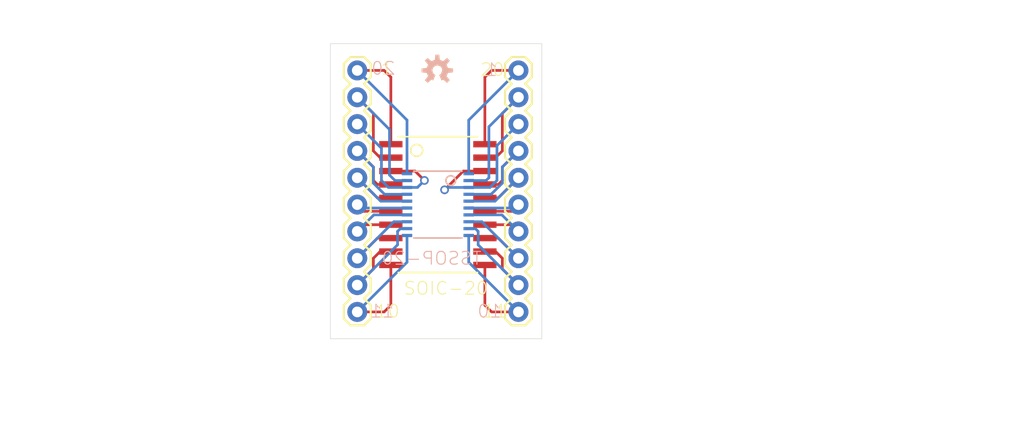
<source format=kicad_pcb>
(kicad_pcb (version 20171130) (host pcbnew 5.1.5-5.1.5)

  (general
    (thickness 1.6)
    (drawings 17)
    (tracks 120)
    (zones 0)
    (modules 7)
    (nets 21)
  )

  (page A4)
  (layers
    (0 Top signal)
    (31 Bottom signal)
    (32 B.Adhes user)
    (33 F.Adhes user)
    (34 B.Paste user)
    (35 F.Paste user)
    (36 B.SilkS user)
    (37 F.SilkS user)
    (38 B.Mask user)
    (39 F.Mask user)
    (40 Dwgs.User user)
    (41 Cmts.User user)
    (42 Eco1.User user)
    (43 Eco2.User user)
    (44 Edge.Cuts user)
    (45 Margin user)
    (46 B.CrtYd user)
    (47 F.CrtYd user)
    (48 B.Fab user)
    (49 F.Fab user)
  )

  (setup
    (last_trace_width 0.25)
    (trace_clearance 0.127)
    (zone_clearance 0.508)
    (zone_45_only no)
    (trace_min 0.2)
    (via_size 0.8)
    (via_drill 0.4)
    (via_min_size 0.4)
    (via_min_drill 0.3)
    (uvia_size 0.3)
    (uvia_drill 0.1)
    (uvias_allowed no)
    (uvia_min_size 0.2)
    (uvia_min_drill 0.1)
    (edge_width 0.05)
    (segment_width 0.2)
    (pcb_text_width 0.3)
    (pcb_text_size 1.5 1.5)
    (mod_edge_width 0.12)
    (mod_text_size 1 1)
    (mod_text_width 0.15)
    (pad_size 1.524 1.524)
    (pad_drill 0.762)
    (pad_to_mask_clearance 0.051)
    (solder_mask_min_width 0.25)
    (aux_axis_origin 0 0)
    (visible_elements FFFFFF7F)
    (pcbplotparams
      (layerselection 0x010fc_ffffffff)
      (usegerberextensions false)
      (usegerberattributes false)
      (usegerberadvancedattributes false)
      (creategerberjobfile false)
      (excludeedgelayer true)
      (linewidth 0.100000)
      (plotframeref false)
      (viasonmask false)
      (mode 1)
      (useauxorigin false)
      (hpglpennumber 1)
      (hpglpenspeed 20)
      (hpglpendiameter 15.000000)
      (psnegative false)
      (psa4output false)
      (plotreference true)
      (plotvalue true)
      (plotinvisibletext false)
      (padsonsilk false)
      (subtractmaskfromsilk false)
      (outputformat 1)
      (mirror false)
      (drillshape 1)
      (scaleselection 1)
      (outputdirectory ""))
  )

  (net 0 "")
  (net 1 "Net-(JP2-Pad10)")
  (net 2 "Net-(JP2-Pad9)")
  (net 3 "Net-(JP2-Pad8)")
  (net 4 "Net-(JP2-Pad7)")
  (net 5 "Net-(JP2-Pad6)")
  (net 6 "Net-(JP2-Pad5)")
  (net 7 "Net-(JP2-Pad4)")
  (net 8 "Net-(JP2-Pad3)")
  (net 9 "Net-(JP2-Pad2)")
  (net 10 "Net-(JP2-Pad1)")
  (net 11 "Net-(JP1-Pad1)")
  (net 12 "Net-(JP1-Pad2)")
  (net 13 "Net-(JP1-Pad3)")
  (net 14 "Net-(JP1-Pad4)")
  (net 15 "Net-(JP1-Pad5)")
  (net 16 "Net-(JP1-Pad6)")
  (net 17 "Net-(JP1-Pad7)")
  (net 18 "Net-(JP1-Pad8)")
  (net 19 "Net-(JP1-Pad9)")
  (net 20 "Net-(JP1-Pad10)")

  (net_class Default "This is the default net class."
    (clearance 0.127)
    (trace_width 0.25)
    (via_dia 0.8)
    (via_drill 0.4)
    (uvia_dia 0.3)
    (uvia_drill 0.1)
    (add_net "Net-(JP1-Pad1)")
    (add_net "Net-(JP1-Pad10)")
    (add_net "Net-(JP1-Pad2)")
    (add_net "Net-(JP1-Pad3)")
    (add_net "Net-(JP1-Pad4)")
    (add_net "Net-(JP1-Pad5)")
    (add_net "Net-(JP1-Pad6)")
    (add_net "Net-(JP1-Pad7)")
    (add_net "Net-(JP1-Pad8)")
    (add_net "Net-(JP1-Pad9)")
    (add_net "Net-(JP2-Pad1)")
    (add_net "Net-(JP2-Pad10)")
    (add_net "Net-(JP2-Pad2)")
    (add_net "Net-(JP2-Pad3)")
    (add_net "Net-(JP2-Pad4)")
    (add_net "Net-(JP2-Pad5)")
    (add_net "Net-(JP2-Pad6)")
    (add_net "Net-(JP2-Pad7)")
    (add_net "Net-(JP2-Pad8)")
    (add_net "Net-(JP2-Pad9)")
  )

  (module SOIC20-TSSOP20:CREATIVE_COMMONS (layer Top) (tedit 0) (tstamp 5EC8BDC7)
    (at 127.5841 128.0618)
    (path /73DA64CA)
    (fp_text reference FRAME1 (at 0 0) (layer F.SilkS) hide
      (effects (font (size 1.27 1.27) (thickness 0.15)))
    )
    (fp_text value FRAME-LETTER (at 0 0) (layer F.SilkS) hide
      (effects (font (size 1.27 1.27) (thickness 0.15)))
    )
    (fp_text user "Designed by:" (at 11.43 0) (layer F.Fab)
      (effects (font (size 1.6891 1.6891) (thickness 0.14224)) (justify left bottom))
    )
    (fp_text user " https://creativecommons.org/licenses/by-sa/4.0/" (at 0 -2.54) (layer F.Fab)
      (effects (font (size 1.6891 1.6891) (thickness 0.14224)) (justify left bottom))
    )
    (fp_text user "Released under the Creative Commons Attribution Share-Alike 4.0 License" (at -20.32 -5.08) (layer F.Fab)
      (effects (font (size 1.6891 1.6891) (thickness 0.14224)) (justify left bottom))
    )
  )

  (module SOIC20-TSSOP20:1X10 (layer Top) (tedit 0) (tstamp 5EC8BDCD)
    (at 141.0461 116.4286 90)
    (path /2F430EF2)
    (fp_text reference JP1 (at -1.3462 -1.8288 90) (layer F.SilkS) hide
      (effects (font (size 1.2065 1.2065) (thickness 0.127)) (justify left bottom))
    )
    (fp_text value M10" (at -1.27 3.175 90) (layer F.Fab) hide
      (effects (font (size 1.2065 1.2065) (thickness 0.1016)) (justify left bottom))
    )
    (fp_poly (pts (xy 22.606 0.254) (xy 23.114 0.254) (xy 23.114 -0.254) (xy 22.606 -0.254)) (layer F.Fab) (width 0))
    (fp_poly (pts (xy 20.066 0.254) (xy 20.574 0.254) (xy 20.574 -0.254) (xy 20.066 -0.254)) (layer F.Fab) (width 0))
    (fp_poly (pts (xy 17.526 0.254) (xy 18.034 0.254) (xy 18.034 -0.254) (xy 17.526 -0.254)) (layer F.Fab) (width 0))
    (fp_poly (pts (xy -0.254 0.254) (xy 0.254 0.254) (xy 0.254 -0.254) (xy -0.254 -0.254)) (layer F.Fab) (width 0))
    (fp_poly (pts (xy 2.286 0.254) (xy 2.794 0.254) (xy 2.794 -0.254) (xy 2.286 -0.254)) (layer F.Fab) (width 0))
    (fp_poly (pts (xy 4.826 0.254) (xy 5.334 0.254) (xy 5.334 -0.254) (xy 4.826 -0.254)) (layer F.Fab) (width 0))
    (fp_poly (pts (xy 7.366 0.254) (xy 7.874 0.254) (xy 7.874 -0.254) (xy 7.366 -0.254)) (layer F.Fab) (width 0))
    (fp_poly (pts (xy 9.906 0.254) (xy 10.414 0.254) (xy 10.414 -0.254) (xy 9.906 -0.254)) (layer F.Fab) (width 0))
    (fp_poly (pts (xy 12.446 0.254) (xy 12.954 0.254) (xy 12.954 -0.254) (xy 12.446 -0.254)) (layer F.Fab) (width 0))
    (fp_poly (pts (xy 14.986 0.254) (xy 15.494 0.254) (xy 15.494 -0.254) (xy 14.986 -0.254)) (layer F.Fab) (width 0))
    (fp_line (start 23.495 1.27) (end 22.225 1.27) (layer F.SilkS) (width 0.2032))
    (fp_line (start 21.59 0.635) (end 22.225 1.27) (layer F.SilkS) (width 0.2032))
    (fp_line (start 22.225 -1.27) (end 21.59 -0.635) (layer F.SilkS) (width 0.2032))
    (fp_line (start 24.13 0.635) (end 23.495 1.27) (layer F.SilkS) (width 0.2032))
    (fp_line (start 24.13 -0.635) (end 24.13 0.635) (layer F.SilkS) (width 0.2032))
    (fp_line (start 23.495 -1.27) (end 24.13 -0.635) (layer F.SilkS) (width 0.2032))
    (fp_line (start 22.225 -1.27) (end 23.495 -1.27) (layer F.SilkS) (width 0.2032))
    (fp_line (start 20.955 1.27) (end 19.685 1.27) (layer F.SilkS) (width 0.2032))
    (fp_line (start 19.05 0.635) (end 19.685 1.27) (layer F.SilkS) (width 0.2032))
    (fp_line (start 19.685 -1.27) (end 19.05 -0.635) (layer F.SilkS) (width 0.2032))
    (fp_line (start 21.59 0.635) (end 20.955 1.27) (layer F.SilkS) (width 0.2032))
    (fp_line (start 20.955 -1.27) (end 21.59 -0.635) (layer F.SilkS) (width 0.2032))
    (fp_line (start 19.685 -1.27) (end 20.955 -1.27) (layer F.SilkS) (width 0.2032))
    (fp_line (start 18.415 1.27) (end 17.145 1.27) (layer F.SilkS) (width 0.2032))
    (fp_line (start 16.51 0.635) (end 17.145 1.27) (layer F.SilkS) (width 0.2032))
    (fp_line (start 17.145 -1.27) (end 16.51 -0.635) (layer F.SilkS) (width 0.2032))
    (fp_line (start 19.05 0.635) (end 18.415 1.27) (layer F.SilkS) (width 0.2032))
    (fp_line (start 18.415 -1.27) (end 19.05 -0.635) (layer F.SilkS) (width 0.2032))
    (fp_line (start 17.145 -1.27) (end 18.415 -1.27) (layer F.SilkS) (width 0.2032))
    (fp_line (start 0.635 1.27) (end -0.635 1.27) (layer F.SilkS) (width 0.2032))
    (fp_line (start -1.27 0.635) (end -0.635 1.27) (layer F.SilkS) (width 0.2032))
    (fp_line (start -0.635 -1.27) (end -1.27 -0.635) (layer F.SilkS) (width 0.2032))
    (fp_line (start -1.27 -0.635) (end -1.27 0.635) (layer F.SilkS) (width 0.2032))
    (fp_line (start 1.905 1.27) (end 1.27 0.635) (layer F.SilkS) (width 0.2032))
    (fp_line (start 3.175 1.27) (end 1.905 1.27) (layer F.SilkS) (width 0.2032))
    (fp_line (start 3.81 0.635) (end 3.175 1.27) (layer F.SilkS) (width 0.2032))
    (fp_line (start 3.175 -1.27) (end 3.81 -0.635) (layer F.SilkS) (width 0.2032))
    (fp_line (start 1.905 -1.27) (end 3.175 -1.27) (layer F.SilkS) (width 0.2032))
    (fp_line (start 1.27 -0.635) (end 1.905 -1.27) (layer F.SilkS) (width 0.2032))
    (fp_line (start 1.27 0.635) (end 0.635 1.27) (layer F.SilkS) (width 0.2032))
    (fp_line (start 0.635 -1.27) (end 1.27 -0.635) (layer F.SilkS) (width 0.2032))
    (fp_line (start -0.635 -1.27) (end 0.635 -1.27) (layer F.SilkS) (width 0.2032))
    (fp_line (start 8.255 1.27) (end 6.985 1.27) (layer F.SilkS) (width 0.2032))
    (fp_line (start 6.35 0.635) (end 6.985 1.27) (layer F.SilkS) (width 0.2032))
    (fp_line (start 6.985 -1.27) (end 6.35 -0.635) (layer F.SilkS) (width 0.2032))
    (fp_line (start 4.445 1.27) (end 3.81 0.635) (layer F.SilkS) (width 0.2032))
    (fp_line (start 5.715 1.27) (end 4.445 1.27) (layer F.SilkS) (width 0.2032))
    (fp_line (start 6.35 0.635) (end 5.715 1.27) (layer F.SilkS) (width 0.2032))
    (fp_line (start 5.715 -1.27) (end 6.35 -0.635) (layer F.SilkS) (width 0.2032))
    (fp_line (start 4.445 -1.27) (end 5.715 -1.27) (layer F.SilkS) (width 0.2032))
    (fp_line (start 3.81 -0.635) (end 4.445 -1.27) (layer F.SilkS) (width 0.2032))
    (fp_line (start 9.525 1.27) (end 8.89 0.635) (layer F.SilkS) (width 0.2032))
    (fp_line (start 10.795 1.27) (end 9.525 1.27) (layer F.SilkS) (width 0.2032))
    (fp_line (start 11.43 0.635) (end 10.795 1.27) (layer F.SilkS) (width 0.2032))
    (fp_line (start 10.795 -1.27) (end 11.43 -0.635) (layer F.SilkS) (width 0.2032))
    (fp_line (start 9.525 -1.27) (end 10.795 -1.27) (layer F.SilkS) (width 0.2032))
    (fp_line (start 8.89 -0.635) (end 9.525 -1.27) (layer F.SilkS) (width 0.2032))
    (fp_line (start 8.89 0.635) (end 8.255 1.27) (layer F.SilkS) (width 0.2032))
    (fp_line (start 8.255 -1.27) (end 8.89 -0.635) (layer F.SilkS) (width 0.2032))
    (fp_line (start 6.985 -1.27) (end 8.255 -1.27) (layer F.SilkS) (width 0.2032))
    (fp_line (start 15.875 1.27) (end 14.605 1.27) (layer F.SilkS) (width 0.2032))
    (fp_line (start 13.97 0.635) (end 14.605 1.27) (layer F.SilkS) (width 0.2032))
    (fp_line (start 14.605 -1.27) (end 13.97 -0.635) (layer F.SilkS) (width 0.2032))
    (fp_line (start 12.065 1.27) (end 11.43 0.635) (layer F.SilkS) (width 0.2032))
    (fp_line (start 13.335 1.27) (end 12.065 1.27) (layer F.SilkS) (width 0.2032))
    (fp_line (start 13.97 0.635) (end 13.335 1.27) (layer F.SilkS) (width 0.2032))
    (fp_line (start 13.335 -1.27) (end 13.97 -0.635) (layer F.SilkS) (width 0.2032))
    (fp_line (start 12.065 -1.27) (end 13.335 -1.27) (layer F.SilkS) (width 0.2032))
    (fp_line (start 11.43 -0.635) (end 12.065 -1.27) (layer F.SilkS) (width 0.2032))
    (fp_line (start 16.51 0.635) (end 15.875 1.27) (layer F.SilkS) (width 0.2032))
    (fp_line (start 15.875 -1.27) (end 16.51 -0.635) (layer F.SilkS) (width 0.2032))
    (fp_line (start 14.605 -1.27) (end 15.875 -1.27) (layer F.SilkS) (width 0.2032))
    (pad 10 thru_hole circle (at 22.86 0 180) (size 1.8796 1.8796) (drill 1.016) (layers *.Cu *.Mask)
      (net 20 "Net-(JP1-Pad10)") (solder_mask_margin 0.0508))
    (pad 9 thru_hole circle (at 20.32 0 180) (size 1.8796 1.8796) (drill 1.016) (layers *.Cu *.Mask)
      (net 19 "Net-(JP1-Pad9)") (solder_mask_margin 0.0508))
    (pad 8 thru_hole circle (at 17.78 0 180) (size 1.8796 1.8796) (drill 1.016) (layers *.Cu *.Mask)
      (net 18 "Net-(JP1-Pad8)") (solder_mask_margin 0.0508))
    (pad 7 thru_hole circle (at 15.24 0 180) (size 1.8796 1.8796) (drill 1.016) (layers *.Cu *.Mask)
      (net 17 "Net-(JP1-Pad7)") (solder_mask_margin 0.0508))
    (pad 6 thru_hole circle (at 12.7 0 180) (size 1.8796 1.8796) (drill 1.016) (layers *.Cu *.Mask)
      (net 16 "Net-(JP1-Pad6)") (solder_mask_margin 0.0508))
    (pad 5 thru_hole circle (at 10.16 0 180) (size 1.8796 1.8796) (drill 1.016) (layers *.Cu *.Mask)
      (net 15 "Net-(JP1-Pad5)") (solder_mask_margin 0.0508))
    (pad 4 thru_hole circle (at 7.62 0 180) (size 1.8796 1.8796) (drill 1.016) (layers *.Cu *.Mask)
      (net 14 "Net-(JP1-Pad4)") (solder_mask_margin 0.0508))
    (pad 3 thru_hole circle (at 5.08 0 180) (size 1.8796 1.8796) (drill 1.016) (layers *.Cu *.Mask)
      (net 13 "Net-(JP1-Pad3)") (solder_mask_margin 0.0508))
    (pad 2 thru_hole circle (at 2.54 0 180) (size 1.8796 1.8796) (drill 1.016) (layers *.Cu *.Mask)
      (net 12 "Net-(JP1-Pad2)") (solder_mask_margin 0.0508))
    (pad 1 thru_hole circle (at 0 0 180) (size 1.8796 1.8796) (drill 1.016) (layers *.Cu *.Mask)
      (net 11 "Net-(JP1-Pad1)") (solder_mask_margin 0.0508))
  )

  (module SOIC20-TSSOP20:1X10 (layer Top) (tedit 0) (tstamp 5EC8BE22)
    (at 156.2861 116.4286 90)
    (path /FA93C76E)
    (fp_text reference JP2 (at -1.3462 -1.8288 90) (layer F.SilkS) hide
      (effects (font (size 1.2065 1.2065) (thickness 0.127)) (justify left bottom))
    )
    (fp_text value M10" (at -1.27 3.175 90) (layer F.Fab) hide
      (effects (font (size 1.2065 1.2065) (thickness 0.1016)) (justify left bottom))
    )
    (fp_poly (pts (xy 22.606 0.254) (xy 23.114 0.254) (xy 23.114 -0.254) (xy 22.606 -0.254)) (layer F.Fab) (width 0))
    (fp_poly (pts (xy 20.066 0.254) (xy 20.574 0.254) (xy 20.574 -0.254) (xy 20.066 -0.254)) (layer F.Fab) (width 0))
    (fp_poly (pts (xy 17.526 0.254) (xy 18.034 0.254) (xy 18.034 -0.254) (xy 17.526 -0.254)) (layer F.Fab) (width 0))
    (fp_poly (pts (xy -0.254 0.254) (xy 0.254 0.254) (xy 0.254 -0.254) (xy -0.254 -0.254)) (layer F.Fab) (width 0))
    (fp_poly (pts (xy 2.286 0.254) (xy 2.794 0.254) (xy 2.794 -0.254) (xy 2.286 -0.254)) (layer F.Fab) (width 0))
    (fp_poly (pts (xy 4.826 0.254) (xy 5.334 0.254) (xy 5.334 -0.254) (xy 4.826 -0.254)) (layer F.Fab) (width 0))
    (fp_poly (pts (xy 7.366 0.254) (xy 7.874 0.254) (xy 7.874 -0.254) (xy 7.366 -0.254)) (layer F.Fab) (width 0))
    (fp_poly (pts (xy 9.906 0.254) (xy 10.414 0.254) (xy 10.414 -0.254) (xy 9.906 -0.254)) (layer F.Fab) (width 0))
    (fp_poly (pts (xy 12.446 0.254) (xy 12.954 0.254) (xy 12.954 -0.254) (xy 12.446 -0.254)) (layer F.Fab) (width 0))
    (fp_poly (pts (xy 14.986 0.254) (xy 15.494 0.254) (xy 15.494 -0.254) (xy 14.986 -0.254)) (layer F.Fab) (width 0))
    (fp_line (start 23.495 1.27) (end 22.225 1.27) (layer F.SilkS) (width 0.2032))
    (fp_line (start 21.59 0.635) (end 22.225 1.27) (layer F.SilkS) (width 0.2032))
    (fp_line (start 22.225 -1.27) (end 21.59 -0.635) (layer F.SilkS) (width 0.2032))
    (fp_line (start 24.13 0.635) (end 23.495 1.27) (layer F.SilkS) (width 0.2032))
    (fp_line (start 24.13 -0.635) (end 24.13 0.635) (layer F.SilkS) (width 0.2032))
    (fp_line (start 23.495 -1.27) (end 24.13 -0.635) (layer F.SilkS) (width 0.2032))
    (fp_line (start 22.225 -1.27) (end 23.495 -1.27) (layer F.SilkS) (width 0.2032))
    (fp_line (start 20.955 1.27) (end 19.685 1.27) (layer F.SilkS) (width 0.2032))
    (fp_line (start 19.05 0.635) (end 19.685 1.27) (layer F.SilkS) (width 0.2032))
    (fp_line (start 19.685 -1.27) (end 19.05 -0.635) (layer F.SilkS) (width 0.2032))
    (fp_line (start 21.59 0.635) (end 20.955 1.27) (layer F.SilkS) (width 0.2032))
    (fp_line (start 20.955 -1.27) (end 21.59 -0.635) (layer F.SilkS) (width 0.2032))
    (fp_line (start 19.685 -1.27) (end 20.955 -1.27) (layer F.SilkS) (width 0.2032))
    (fp_line (start 18.415 1.27) (end 17.145 1.27) (layer F.SilkS) (width 0.2032))
    (fp_line (start 16.51 0.635) (end 17.145 1.27) (layer F.SilkS) (width 0.2032))
    (fp_line (start 17.145 -1.27) (end 16.51 -0.635) (layer F.SilkS) (width 0.2032))
    (fp_line (start 19.05 0.635) (end 18.415 1.27) (layer F.SilkS) (width 0.2032))
    (fp_line (start 18.415 -1.27) (end 19.05 -0.635) (layer F.SilkS) (width 0.2032))
    (fp_line (start 17.145 -1.27) (end 18.415 -1.27) (layer F.SilkS) (width 0.2032))
    (fp_line (start 0.635 1.27) (end -0.635 1.27) (layer F.SilkS) (width 0.2032))
    (fp_line (start -1.27 0.635) (end -0.635 1.27) (layer F.SilkS) (width 0.2032))
    (fp_line (start -0.635 -1.27) (end -1.27 -0.635) (layer F.SilkS) (width 0.2032))
    (fp_line (start -1.27 -0.635) (end -1.27 0.635) (layer F.SilkS) (width 0.2032))
    (fp_line (start 1.905 1.27) (end 1.27 0.635) (layer F.SilkS) (width 0.2032))
    (fp_line (start 3.175 1.27) (end 1.905 1.27) (layer F.SilkS) (width 0.2032))
    (fp_line (start 3.81 0.635) (end 3.175 1.27) (layer F.SilkS) (width 0.2032))
    (fp_line (start 3.175 -1.27) (end 3.81 -0.635) (layer F.SilkS) (width 0.2032))
    (fp_line (start 1.905 -1.27) (end 3.175 -1.27) (layer F.SilkS) (width 0.2032))
    (fp_line (start 1.27 -0.635) (end 1.905 -1.27) (layer F.SilkS) (width 0.2032))
    (fp_line (start 1.27 0.635) (end 0.635 1.27) (layer F.SilkS) (width 0.2032))
    (fp_line (start 0.635 -1.27) (end 1.27 -0.635) (layer F.SilkS) (width 0.2032))
    (fp_line (start -0.635 -1.27) (end 0.635 -1.27) (layer F.SilkS) (width 0.2032))
    (fp_line (start 8.255 1.27) (end 6.985 1.27) (layer F.SilkS) (width 0.2032))
    (fp_line (start 6.35 0.635) (end 6.985 1.27) (layer F.SilkS) (width 0.2032))
    (fp_line (start 6.985 -1.27) (end 6.35 -0.635) (layer F.SilkS) (width 0.2032))
    (fp_line (start 4.445 1.27) (end 3.81 0.635) (layer F.SilkS) (width 0.2032))
    (fp_line (start 5.715 1.27) (end 4.445 1.27) (layer F.SilkS) (width 0.2032))
    (fp_line (start 6.35 0.635) (end 5.715 1.27) (layer F.SilkS) (width 0.2032))
    (fp_line (start 5.715 -1.27) (end 6.35 -0.635) (layer F.SilkS) (width 0.2032))
    (fp_line (start 4.445 -1.27) (end 5.715 -1.27) (layer F.SilkS) (width 0.2032))
    (fp_line (start 3.81 -0.635) (end 4.445 -1.27) (layer F.SilkS) (width 0.2032))
    (fp_line (start 9.525 1.27) (end 8.89 0.635) (layer F.SilkS) (width 0.2032))
    (fp_line (start 10.795 1.27) (end 9.525 1.27) (layer F.SilkS) (width 0.2032))
    (fp_line (start 11.43 0.635) (end 10.795 1.27) (layer F.SilkS) (width 0.2032))
    (fp_line (start 10.795 -1.27) (end 11.43 -0.635) (layer F.SilkS) (width 0.2032))
    (fp_line (start 9.525 -1.27) (end 10.795 -1.27) (layer F.SilkS) (width 0.2032))
    (fp_line (start 8.89 -0.635) (end 9.525 -1.27) (layer F.SilkS) (width 0.2032))
    (fp_line (start 8.89 0.635) (end 8.255 1.27) (layer F.SilkS) (width 0.2032))
    (fp_line (start 8.255 -1.27) (end 8.89 -0.635) (layer F.SilkS) (width 0.2032))
    (fp_line (start 6.985 -1.27) (end 8.255 -1.27) (layer F.SilkS) (width 0.2032))
    (fp_line (start 15.875 1.27) (end 14.605 1.27) (layer F.SilkS) (width 0.2032))
    (fp_line (start 13.97 0.635) (end 14.605 1.27) (layer F.SilkS) (width 0.2032))
    (fp_line (start 14.605 -1.27) (end 13.97 -0.635) (layer F.SilkS) (width 0.2032))
    (fp_line (start 12.065 1.27) (end 11.43 0.635) (layer F.SilkS) (width 0.2032))
    (fp_line (start 13.335 1.27) (end 12.065 1.27) (layer F.SilkS) (width 0.2032))
    (fp_line (start 13.97 0.635) (end 13.335 1.27) (layer F.SilkS) (width 0.2032))
    (fp_line (start 13.335 -1.27) (end 13.97 -0.635) (layer F.SilkS) (width 0.2032))
    (fp_line (start 12.065 -1.27) (end 13.335 -1.27) (layer F.SilkS) (width 0.2032))
    (fp_line (start 11.43 -0.635) (end 12.065 -1.27) (layer F.SilkS) (width 0.2032))
    (fp_line (start 16.51 0.635) (end 15.875 1.27) (layer F.SilkS) (width 0.2032))
    (fp_line (start 15.875 -1.27) (end 16.51 -0.635) (layer F.SilkS) (width 0.2032))
    (fp_line (start 14.605 -1.27) (end 15.875 -1.27) (layer F.SilkS) (width 0.2032))
    (pad 10 thru_hole circle (at 22.86 0 180) (size 1.8796 1.8796) (drill 1.016) (layers *.Cu *.Mask)
      (net 1 "Net-(JP2-Pad10)") (solder_mask_margin 0.0508))
    (pad 9 thru_hole circle (at 20.32 0 180) (size 1.8796 1.8796) (drill 1.016) (layers *.Cu *.Mask)
      (net 2 "Net-(JP2-Pad9)") (solder_mask_margin 0.0508))
    (pad 8 thru_hole circle (at 17.78 0 180) (size 1.8796 1.8796) (drill 1.016) (layers *.Cu *.Mask)
      (net 3 "Net-(JP2-Pad8)") (solder_mask_margin 0.0508))
    (pad 7 thru_hole circle (at 15.24 0 180) (size 1.8796 1.8796) (drill 1.016) (layers *.Cu *.Mask)
      (net 4 "Net-(JP2-Pad7)") (solder_mask_margin 0.0508))
    (pad 6 thru_hole circle (at 12.7 0 180) (size 1.8796 1.8796) (drill 1.016) (layers *.Cu *.Mask)
      (net 5 "Net-(JP2-Pad6)") (solder_mask_margin 0.0508))
    (pad 5 thru_hole circle (at 10.16 0 180) (size 1.8796 1.8796) (drill 1.016) (layers *.Cu *.Mask)
      (net 6 "Net-(JP2-Pad5)") (solder_mask_margin 0.0508))
    (pad 4 thru_hole circle (at 7.62 0 180) (size 1.8796 1.8796) (drill 1.016) (layers *.Cu *.Mask)
      (net 7 "Net-(JP2-Pad4)") (solder_mask_margin 0.0508))
    (pad 3 thru_hole circle (at 5.08 0 180) (size 1.8796 1.8796) (drill 1.016) (layers *.Cu *.Mask)
      (net 8 "Net-(JP2-Pad3)") (solder_mask_margin 0.0508))
    (pad 2 thru_hole circle (at 2.54 0 180) (size 1.8796 1.8796) (drill 1.016) (layers *.Cu *.Mask)
      (net 9 "Net-(JP2-Pad2)") (solder_mask_margin 0.0508))
    (pad 1 thru_hole circle (at 0 0 180) (size 1.8796 1.8796) (drill 1.016) (layers *.Cu *.Mask)
      (net 10 "Net-(JP2-Pad1)") (solder_mask_margin 0.0508))
  )

  (module SOIC20-TSSOP20:SOIC-20 (layer Top) (tedit 0) (tstamp 5EC8BE77)
    (at 148.6661 106.2686 270)
    (path /BABD3B23)
    (fp_text reference U$1 (at -6.985 3.81) (layer F.SilkS) hide
      (effects (font (size 1.2065 1.2065) (thickness 0.127)) (justify left bottom))
    )
    (fp_text value SOIC-20 (at 8.255 3.81) (layer F.Fab) hide
      (effects (font (size 1.2065 1.2065) (thickness 0.127)) (justify left bottom))
    )
    (fp_poly (pts (xy -5.915 -3.74) (xy -5.515 -3.74) (xy -5.515 -5.14) (xy -5.915 -5.14)) (layer F.Fab) (width 0))
    (fp_poly (pts (xy -4.645 -3.74) (xy -4.245 -3.74) (xy -4.245 -5.14) (xy -4.645 -5.14)) (layer F.Fab) (width 0))
    (fp_poly (pts (xy -3.375 -3.74) (xy -2.975 -3.74) (xy -2.975 -5.14) (xy -3.375 -5.14)) (layer F.Fab) (width 0))
    (fp_poly (pts (xy -2.105 -3.74) (xy -1.705 -3.74) (xy -1.705 -5.14) (xy -2.105 -5.14)) (layer F.Fab) (width 0))
    (fp_poly (pts (xy -0.835 -3.74) (xy -0.435 -3.74) (xy -0.435 -5.14) (xy -0.835 -5.14)) (layer F.Fab) (width 0))
    (fp_poly (pts (xy 0.435 -3.74) (xy 0.835 -3.74) (xy 0.835 -5.14) (xy 0.435 -5.14)) (layer F.Fab) (width 0))
    (fp_poly (pts (xy 1.705 -3.74) (xy 2.105 -3.74) (xy 2.105 -5.14) (xy 1.705 -5.14)) (layer F.Fab) (width 0))
    (fp_poly (pts (xy 2.975 -3.74) (xy 3.375 -3.74) (xy 3.375 -5.14) (xy 2.975 -5.14)) (layer F.Fab) (width 0))
    (fp_poly (pts (xy 4.245 -3.74) (xy 4.645 -3.74) (xy 4.645 -5.14) (xy 4.245 -5.14)) (layer F.Fab) (width 0))
    (fp_poly (pts (xy 5.515 -3.74) (xy 5.915 -3.74) (xy 5.915 -5.14) (xy 5.515 -5.14)) (layer F.Fab) (width 0))
    (fp_poly (pts (xy 5.515 5.15) (xy 5.915 5.15) (xy 5.915 3.75) (xy 5.515 3.75)) (layer F.Fab) (width 0))
    (fp_poly (pts (xy 4.245 5.15) (xy 4.645 5.15) (xy 4.645 3.75) (xy 4.245 3.75)) (layer F.Fab) (width 0))
    (fp_poly (pts (xy 2.975 5.15) (xy 3.375 5.15) (xy 3.375 3.75) (xy 2.975 3.75)) (layer F.Fab) (width 0))
    (fp_poly (pts (xy 1.705 5.15) (xy 2.105 5.15) (xy 2.105 3.75) (xy 1.705 3.75)) (layer F.Fab) (width 0))
    (fp_poly (pts (xy -2.105 5.15) (xy -1.705 5.15) (xy -1.705 3.75) (xy -2.105 3.75)) (layer F.Fab) (width 0))
    (fp_poly (pts (xy -3.375 5.15) (xy -2.975 5.15) (xy -2.975 3.75) (xy -3.375 3.75)) (layer F.Fab) (width 0))
    (fp_poly (pts (xy -4.645 5.15) (xy -4.245 5.15) (xy -4.245 3.75) (xy -4.645 3.75)) (layer F.Fab) (width 0))
    (fp_poly (pts (xy -0.835 5.15) (xy -0.435 5.15) (xy -0.435 3.75) (xy -0.835 3.75)) (layer F.Fab) (width 0))
    (fp_poly (pts (xy -5.915 5.15) (xy -5.515 5.15) (xy -5.515 3.75) (xy -5.915 3.75)) (layer F.Fab) (width 0))
    (fp_poly (pts (xy 0.435 5.15) (xy 0.835 5.15) (xy 0.835 3.75) (xy 0.435 3.75)) (layer F.Fab) (width 0))
    (fp_circle (center -5.13 2) (end -4.5644 2) (layer F.SilkS) (width 0.1524))
    (fp_line (start 6.43 -3.75) (end 6.43 3.75) (layer F.SilkS) (width 0.1524))
    (fp_line (start -6.43 -3.75) (end -6.43 3.75) (layer F.SilkS) (width 0.1524))
    (fp_line (start -6.43 3.175) (end 6.43 3.175) (layer F.Fab) (width 0.1524))
    (fp_line (start 6.43 3.175) (end 6.43 3.75) (layer F.Fab) (width 0.1524))
    (fp_line (start 6.43 -3.75) (end 6.43 3.175) (layer F.Fab) (width 0.1524))
    (fp_line (start -6.43 3.175) (end -6.43 3.75) (layer F.Fab) (width 0.1524))
    (fp_line (start -6.43 -3.75) (end -6.43 3.175) (layer F.Fab) (width 0.1524))
    (fp_line (start -6.43 3.75) (end 6.43 3.75) (layer F.Fab) (width 0.1524))
    (fp_line (start -6.43 -3.75) (end 6.43 -3.75) (layer F.Fab) (width 0.1524))
    (pad 20 smd rect (at -5.715 -4.445) (size 2.2 0.6) (layers Top F.Paste F.Mask)
      (net 1 "Net-(JP2-Pad10)") (solder_mask_margin 0.0508))
    (pad 19 smd rect (at -4.445 -4.445) (size 2.2 0.6) (layers Top F.Paste F.Mask)
      (net 2 "Net-(JP2-Pad9)") (solder_mask_margin 0.0508))
    (pad 18 smd rect (at -3.175 -4.445) (size 2.2 0.6) (layers Top F.Paste F.Mask)
      (net 3 "Net-(JP2-Pad8)") (solder_mask_margin 0.0508))
    (pad 17 smd rect (at -1.905 -4.445) (size 2.2 0.6) (layers Top F.Paste F.Mask)
      (net 4 "Net-(JP2-Pad7)") (solder_mask_margin 0.0508))
    (pad 16 smd rect (at -0.635 -4.445) (size 2.2 0.6) (layers Top F.Paste F.Mask)
      (net 5 "Net-(JP2-Pad6)") (solder_mask_margin 0.0508))
    (pad 15 smd rect (at 0.635 -4.445) (size 2.2 0.6) (layers Top F.Paste F.Mask)
      (net 6 "Net-(JP2-Pad5)") (solder_mask_margin 0.0508))
    (pad 14 smd rect (at 1.905 -4.445) (size 2.2 0.6) (layers Top F.Paste F.Mask)
      (net 7 "Net-(JP2-Pad4)") (solder_mask_margin 0.0508))
    (pad 13 smd rect (at 3.175 -4.445) (size 2.2 0.6) (layers Top F.Paste F.Mask)
      (net 8 "Net-(JP2-Pad3)") (solder_mask_margin 0.0508))
    (pad 12 smd rect (at 4.445 -4.445 180) (size 2.2 0.6) (layers Top F.Paste F.Mask)
      (net 9 "Net-(JP2-Pad2)") (solder_mask_margin 0.0508))
    (pad 11 smd rect (at 5.715 -4.445 180) (size 2.2 0.6) (layers Top F.Paste F.Mask)
      (net 10 "Net-(JP2-Pad1)") (solder_mask_margin 0.0508))
    (pad 10 smd rect (at 5.715 4.445) (size 2.2 0.6) (layers Top F.Paste F.Mask)
      (net 11 "Net-(JP1-Pad1)") (solder_mask_margin 0.0508))
    (pad 9 smd rect (at 4.445 4.445) (size 2.2 0.6) (layers Top F.Paste F.Mask)
      (net 12 "Net-(JP1-Pad2)") (solder_mask_margin 0.0508))
    (pad 8 smd rect (at 3.175 4.445) (size 2.2 0.6) (layers Top F.Paste F.Mask)
      (net 13 "Net-(JP1-Pad3)") (solder_mask_margin 0.0508))
    (pad 7 smd rect (at 1.905 4.445) (size 2.2 0.6) (layers Top F.Paste F.Mask)
      (net 14 "Net-(JP1-Pad4)") (solder_mask_margin 0.0508))
    (pad 6 smd rect (at 0.635 4.445) (size 2.2 0.6) (layers Top F.Paste F.Mask)
      (net 15 "Net-(JP1-Pad5)") (solder_mask_margin 0.0508))
    (pad 5 smd rect (at -0.635 4.445) (size 2.2 0.6) (layers Top F.Paste F.Mask)
      (net 16 "Net-(JP1-Pad6)") (solder_mask_margin 0.0508))
    (pad 4 smd rect (at -1.905 4.445) (size 2.2 0.6) (layers Top F.Paste F.Mask)
      (net 17 "Net-(JP1-Pad7)") (solder_mask_margin 0.0508))
    (pad 3 smd rect (at -3.175 4.445) (size 2.2 0.6) (layers Top F.Paste F.Mask)
      (net 18 "Net-(JP1-Pad8)") (solder_mask_margin 0.0508))
    (pad 2 smd rect (at -4.445 4.445) (size 2.2 0.6) (layers Top F.Paste F.Mask)
      (net 19 "Net-(JP1-Pad9)") (solder_mask_margin 0.0508))
    (pad 1 smd rect (at -5.715 4.445) (size 2.2 0.6) (layers Top F.Paste F.Mask)
      (net 20 "Net-(JP1-Pad10)") (solder_mask_margin 0.0508))
  )

  (module SOIC20-TSSOP20:TSSOP20 (layer Bottom) (tedit 0) (tstamp 5EC8BEAC)
    (at 148.6661 106.2686 270)
    (path /A8B04D1A)
    (fp_text reference U$2 (at -3.5456 -2.0828 180) (layer B.SilkS) hide
      (effects (font (size 0.9652 0.9652) (thickness 0.1016)) (justify right bottom mirror))
    )
    (fp_text value TSSOP-20 (at 4.5362 -2.0828 180) (layer B.Fab) hide
      (effects (font (size 0.9652 0.9652) (thickness 0.1016)) (justify right bottom mirror))
    )
    (fp_poly (pts (xy 2.8234 2.2828) (xy 3.0266 2.2828) (xy 3.0266 3.121) (xy 2.8234 3.121)) (layer B.Fab) (width 0))
    (fp_poly (pts (xy 2.1734 2.2828) (xy 2.3766 2.2828) (xy 2.3766 3.121) (xy 2.1734 3.121)) (layer B.Fab) (width 0))
    (fp_poly (pts (xy 2.8234 -3.121) (xy 3.0266 -3.121) (xy 3.0266 -2.2828) (xy 2.8234 -2.2828)) (layer B.Fab) (width 0))
    (fp_poly (pts (xy 2.1734 -3.121) (xy 2.3766 -3.121) (xy 2.3766 -2.2828) (xy 2.1734 -2.2828)) (layer B.Fab) (width 0))
    (fp_poly (pts (xy -3.0266 2.2828) (xy -2.8234 2.2828) (xy -2.8234 3.121) (xy -3.0266 3.121)) (layer B.Fab) (width 0))
    (fp_poly (pts (xy -2.3766 2.2828) (xy -2.1734 2.2828) (xy -2.1734 3.121) (xy -2.3766 3.121)) (layer B.Fab) (width 0))
    (fp_poly (pts (xy -1.7266 2.2828) (xy -1.5234 2.2828) (xy -1.5234 3.121) (xy -1.7266 3.121)) (layer B.Fab) (width 0))
    (fp_poly (pts (xy -1.0766 2.2828) (xy -0.8734 2.2828) (xy -0.8734 3.121) (xy -1.0766 3.121)) (layer B.Fab) (width 0))
    (fp_poly (pts (xy -0.4266 2.2828) (xy -0.2234 2.2828) (xy -0.2234 3.121) (xy -0.4266 3.121)) (layer B.Fab) (width 0))
    (fp_poly (pts (xy 0.2234 2.2828) (xy 0.4266 2.2828) (xy 0.4266 3.121) (xy 0.2234 3.121)) (layer B.Fab) (width 0))
    (fp_poly (pts (xy 0.8734 2.2828) (xy 1.0766 2.2828) (xy 1.0766 3.121) (xy 0.8734 3.121)) (layer B.Fab) (width 0))
    (fp_poly (pts (xy 1.5234 2.2828) (xy 1.7266 2.2828) (xy 1.7266 3.121) (xy 1.5234 3.121)) (layer B.Fab) (width 0))
    (fp_poly (pts (xy 1.5234 -3.121) (xy 1.7266 -3.121) (xy 1.7266 -2.2828) (xy 1.5234 -2.2828)) (layer B.Fab) (width 0))
    (fp_poly (pts (xy 0.8734 -3.121) (xy 1.0766 -3.121) (xy 1.0766 -2.2828) (xy 0.8734 -2.2828)) (layer B.Fab) (width 0))
    (fp_poly (pts (xy 0.2234 -3.121) (xy 0.4266 -3.121) (xy 0.4266 -2.2828) (xy 0.2234 -2.2828)) (layer B.Fab) (width 0))
    (fp_poly (pts (xy -0.4266 -3.121) (xy -0.2234 -3.121) (xy -0.2234 -2.2828) (xy -0.4266 -2.2828)) (layer B.Fab) (width 0))
    (fp_poly (pts (xy -1.0766 -3.121) (xy -0.8734 -3.121) (xy -0.8734 -2.2828) (xy -1.0766 -2.2828)) (layer B.Fab) (width 0))
    (fp_poly (pts (xy -1.7266 -3.121) (xy -1.5234 -3.121) (xy -1.5234 -2.2828) (xy -1.7266 -2.2828)) (layer B.Fab) (width 0))
    (fp_poly (pts (xy -2.3766 -3.121) (xy -2.1734 -3.121) (xy -2.1734 -2.2828) (xy -2.3766 -2.2828)) (layer B.Fab) (width 0))
    (fp_poly (pts (xy -3.0266 -3.121) (xy -2.8234 -3.121) (xy -2.8234 -2.2828) (xy -3.0266 -2.2828)) (layer B.Fab) (width 0))
    (fp_circle (center -2.2756 -1.2192) (end -1.8184 -1.2192) (layer B.SilkS) (width 0.1524))
    (fp_line (start -3.1646 -2.2828) (end -3.1646 2.2828) (layer B.SilkS) (width 0.1524))
    (fp_line (start 3.1646 2.2828) (end -3.1646 2.2828) (layer B.Fab) (width 0.1524))
    (fp_line (start 3.1646 2.2828) (end 3.1646 -2.2828) (layer B.SilkS) (width 0.1524))
    (fp_line (start -3.1646 -2.2828) (end 3.1646 -2.2828) (layer B.Fab) (width 0.1524))
    (pad 11 smd rect (at 2.925 2.9178 270) (size 0.3048 0.9906) (layers Bottom B.Paste B.Mask)
      (net 11 "Net-(JP1-Pad1)") (solder_mask_margin 0.0508))
    (pad 12 smd rect (at 2.275 2.9178 270) (size 0.3048 0.9906) (layers Bottom B.Paste B.Mask)
      (net 12 "Net-(JP1-Pad2)") (solder_mask_margin 0.0508))
    (pad 10 smd rect (at 2.925 -2.9178 270) (size 0.3048 0.9906) (layers Bottom B.Paste B.Mask)
      (net 10 "Net-(JP2-Pad1)") (solder_mask_margin 0.0508))
    (pad 9 smd rect (at 2.275 -2.9178 270) (size 0.3048 0.9906) (layers Bottom B.Paste B.Mask)
      (net 9 "Net-(JP2-Pad2)") (solder_mask_margin 0.0508))
    (pad 20 smd rect (at -2.925 2.9178 270) (size 0.3048 0.9906) (layers Bottom B.Paste B.Mask)
      (net 20 "Net-(JP1-Pad10)") (solder_mask_margin 0.0508))
    (pad 19 smd rect (at -2.275 2.9178 270) (size 0.3048 0.9906) (layers Bottom B.Paste B.Mask)
      (net 19 "Net-(JP1-Pad9)") (solder_mask_margin 0.0508))
    (pad 18 smd rect (at -1.625 2.9178 270) (size 0.3048 0.9906) (layers Bottom B.Paste B.Mask)
      (net 18 "Net-(JP1-Pad8)") (solder_mask_margin 0.0508))
    (pad 17 smd rect (at -0.975 2.9178 270) (size 0.3048 0.9906) (layers Bottom B.Paste B.Mask)
      (net 17 "Net-(JP1-Pad7)") (solder_mask_margin 0.0508))
    (pad 16 smd rect (at -0.325 2.9178 270) (size 0.3048 0.9906) (layers Bottom B.Paste B.Mask)
      (net 16 "Net-(JP1-Pad6)") (solder_mask_margin 0.0508))
    (pad 15 smd rect (at 0.325 2.9178 270) (size 0.3048 0.9906) (layers Bottom B.Paste B.Mask)
      (net 15 "Net-(JP1-Pad5)") (solder_mask_margin 0.0508))
    (pad 14 smd rect (at 0.975 2.9178 270) (size 0.3048 0.9906) (layers Bottom B.Paste B.Mask)
      (net 14 "Net-(JP1-Pad4)") (solder_mask_margin 0.0508))
    (pad 13 smd rect (at 1.625 2.9178 270) (size 0.3048 0.9906) (layers Bottom B.Paste B.Mask)
      (net 13 "Net-(JP1-Pad3)") (solder_mask_margin 0.0508))
    (pad 8 smd rect (at 1.625 -2.9178 270) (size 0.3048 0.9906) (layers Bottom B.Paste B.Mask)
      (net 8 "Net-(JP2-Pad3)") (solder_mask_margin 0.0508))
    (pad 7 smd rect (at 0.975 -2.9178 270) (size 0.3048 0.9906) (layers Bottom B.Paste B.Mask)
      (net 7 "Net-(JP2-Pad4)") (solder_mask_margin 0.0508))
    (pad 6 smd rect (at 0.325 -2.9178 270) (size 0.3048 0.9906) (layers Bottom B.Paste B.Mask)
      (net 6 "Net-(JP2-Pad5)") (solder_mask_margin 0.0508))
    (pad 5 smd rect (at -0.325 -2.9178 270) (size 0.3048 0.9906) (layers Bottom B.Paste B.Mask)
      (net 5 "Net-(JP2-Pad6)") (solder_mask_margin 0.0508))
    (pad 4 smd rect (at -0.975 -2.9178 270) (size 0.3048 0.9906) (layers Bottom B.Paste B.Mask)
      (net 4 "Net-(JP2-Pad7)") (solder_mask_margin 0.0508))
    (pad 3 smd rect (at -1.625 -2.9178 270) (size 0.3048 0.9906) (layers Bottom B.Paste B.Mask)
      (net 3 "Net-(JP2-Pad8)") (solder_mask_margin 0.0508))
    (pad 2 smd rect (at -2.275 -2.9178 270) (size 0.3048 0.9906) (layers Bottom B.Paste B.Mask)
      (net 2 "Net-(JP2-Pad9)") (solder_mask_margin 0.0508))
    (pad 1 smd rect (at -2.925 -2.9178 270) (size 0.3048 0.9906) (layers Bottom B.Paste B.Mask)
      (net 1 "Net-(JP2-Pad10)") (solder_mask_margin 0.0508))
  )

  (module SOIC20-TSSOP20:OSHW-LOGO-S (layer Top) (tedit 0) (tstamp 5EC8BEDC)
    (at 148.6153 93.5686)
    (fp_text reference U$3 (at 0 0) (layer F.SilkS) hide
      (effects (font (size 1.27 1.27) (thickness 0.15)))
    )
    (fp_text value "" (at 0 0) (layer F.SilkS) hide
      (effects (font (size 1.27 1.27) (thickness 0.15)))
    )
    (fp_poly (pts (xy 0.3947 0.9528) (xy 0.5465 0.8746) (xy 0.9235 1.182) (xy 1.182 0.9235)
      (xy 0.8746 0.5465) (xy 1.0049 0.232) (xy 1.4888 0.1828) (xy 1.4888 -0.1828)
      (xy 1.0049 -0.232) (xy 0.8746 -0.5465) (xy 1.182 -0.9235) (xy 0.9235 -1.182)
      (xy 0.5465 -0.8746) (xy 0.394664 -0.952817) (xy 0.232 -1.0049) (xy 0.1828 -1.4888)
      (xy -0.1828 -1.4888) (xy -0.232 -1.0049) (xy -0.5465 -0.8746) (xy -0.9235 -1.182)
      (xy -1.182 -0.9235) (xy -0.8746 -0.5465) (xy -1.0049 -0.232) (xy -1.4888 -0.1828)
      (xy -1.4888 0.1828) (xy -1.0049 0.232) (xy -0.8746 0.5465) (xy -1.182 0.9235)
      (xy -0.9235 1.182) (xy -0.5465 0.8746) (xy -0.472221 0.916847) (xy -0.3947 0.9528)
      (xy -0.1794 0.4331) (xy -0.179399 0.4331) (xy -0.3315 0.331493) (xy -0.4688 0)
      (xy -0.446639 -0.142321) (xy -0.382309 -0.271193) (xy -0.281885 -0.374447) (xy -0.154849 -0.442333)
      (xy -0.013199 -0.468439) (xy 0.129691 -0.450302) (xy 0.260326 -0.389633) (xy 0.366372 -0.292161)
      (xy 0.437814 -0.167091) (xy 0.467906 -0.026234) (xy 0.453806 0.117111) (xy 0.396846 0.249406)
      (xy 0.302405 0.358159) (xy 0.1794 0.4331)) (layer F.SilkS) (width 0))
  )

  (module SOIC20-TSSOP20:OSHW-LOGO-S (layer Bottom) (tedit 0) (tstamp 5EC8BEE0)
    (at 148.6153 93.5686 180)
    (fp_text reference U$4 (at 0 0 180) (layer B.SilkS) hide
      (effects (font (size 1.27 1.27) (thickness 0.15)) (justify mirror))
    )
    (fp_text value "" (at 0 0 180) (layer B.SilkS) hide
      (effects (font (size 1.27 1.27) (thickness 0.15)) (justify mirror))
    )
    (fp_poly (pts (xy 0.3947 -0.9528) (xy 0.5465 -0.8746) (xy 0.9235 -1.182) (xy 1.182 -0.9235)
      (xy 0.8746 -0.5465) (xy 1.0049 -0.232) (xy 1.4888 -0.1828) (xy 1.4888 0.1828)
      (xy 1.0049 0.232) (xy 0.8746 0.5465) (xy 1.182 0.9235) (xy 0.9235 1.182)
      (xy 0.5465 0.8746) (xy 0.394664 0.952817) (xy 0.232 1.0049) (xy 0.1828 1.4888)
      (xy -0.1828 1.4888) (xy -0.232 1.0049) (xy -0.5465 0.8746) (xy -0.9235 1.182)
      (xy -1.182 0.9235) (xy -0.8746 0.5465) (xy -1.0049 0.232) (xy -1.4888 0.1828)
      (xy -1.4888 -0.1828) (xy -1.0049 -0.232) (xy -0.8746 -0.5465) (xy -1.182 -0.9235)
      (xy -0.9235 -1.182) (xy -0.5465 -0.8746) (xy -0.472221 -0.916847) (xy -0.3947 -0.9528)
      (xy -0.1794 -0.4331) (xy -0.179399 -0.4331) (xy -0.3315 -0.331493) (xy -0.4688 0)
      (xy -0.446639 0.142321) (xy -0.382309 0.271193) (xy -0.281885 0.374447) (xy -0.154849 0.442333)
      (xy -0.013199 0.468439) (xy 0.129691 0.450302) (xy 0.260326 0.389633) (xy 0.366372 0.292161)
      (xy 0.437814 0.167091) (xy 0.467906 0.026234) (xy 0.453806 -0.117111) (xy 0.396846 -0.249406)
      (xy 0.302405 -0.358159) (xy 0.1794 -0.4331)) (layer B.SilkS) (width 0))
  )

  (dimension 27.93 (width 0.12) (layer Dwgs.User)
    (gr_text "27.930 mm" (at 162.56 105.0036 270) (layer Dwgs.User)
      (effects (font (size 1 1) (thickness 0.15)))
    )
    (feature1 (pts (xy 158.4961 118.9686) (xy 161.876421 118.9686)))
    (feature2 (pts (xy 158.4961 91.0386) (xy 161.876421 91.0386)))
    (crossbar (pts (xy 161.29 91.0386) (xy 161.29 118.9686)))
    (arrow1a (pts (xy 161.29 118.9686) (xy 160.703579 117.842096)))
    (arrow1b (pts (xy 161.29 118.9686) (xy 161.876421 117.842096)))
    (arrow2a (pts (xy 161.29 91.0386) (xy 160.703579 92.165104)))
    (arrow2b (pts (xy 161.29 91.0386) (xy 161.876421 92.165104)))
  )
  (dimension 19.99 (width 0.12) (layer Dwgs.User)
    (gr_text "19.990 mm" (at 148.5011 87.63) (layer Dwgs.User)
      (effects (font (size 1 1) (thickness 0.15)))
    )
    (feature1 (pts (xy 158.4961 91.0386) (xy 158.4961 88.313579)))
    (feature2 (pts (xy 138.5061 91.0386) (xy 138.5061 88.313579)))
    (crossbar (pts (xy 138.5061 88.9) (xy 158.4961 88.9)))
    (arrow1a (pts (xy 158.4961 88.9) (xy 157.369596 89.486421)))
    (arrow1b (pts (xy 158.4961 88.9) (xy 157.369596 88.313579)))
    (arrow2a (pts (xy 138.5061 88.9) (xy 139.632604 89.486421)))
    (arrow2b (pts (xy 138.5061 88.9) (xy 139.632604 88.313579)))
  )
  (gr_line (start 138.5061 118.9686) (end 158.4961 118.9686) (layer Edge.Cuts) (width 0.05) (tstamp E67664E0))
  (gr_line (start 158.4961 118.9686) (end 158.4961 91.0386) (layer Edge.Cuts) (width 0.05) (tstamp E5BFA510))
  (gr_line (start 158.4961 91.0386) (end 138.5061 91.0386) (layer Edge.Cuts) (width 0.05) (tstamp E5BFA970))
  (gr_line (start 138.5061 91.0386) (end 138.5061 118.9686) (layer Edge.Cuts) (width 0.05) (tstamp E5BFADF0))
  (gr_text TSSOP-20 (at 152.8825 112.0598) (layer B.SilkS) (tstamp E5BFB360)
    (effects (font (size 1.2065 1.2065) (thickness 0.1016)) (justify left bottom mirror))
  )
  (gr_text SOIC-20 (at 145.3641 114.9046) (layer F.SilkS) (tstamp E5BFB850)
    (effects (font (size 1.2065 1.2065) (thickness 0.1016)) (justify left bottom))
  )
  (gr_text 1 (at 143.2051 94.0766) (layer F.SilkS) (tstamp E675CCA0)
    (effects (font (size 1.2065 1.2065) (thickness 0.1016)) (justify left bottom))
  )
  (gr_text 10 (at 142.6971 117.0636) (layer F.SilkS) (tstamp E675D100)
    (effects (font (size 1.2065 1.2065) (thickness 0.1016)) (justify left bottom))
  )
  (gr_text 11 (at 152.8571 117.0636) (layer F.SilkS) (tstamp E675D520)
    (effects (font (size 1.2065 1.2065) (thickness 0.1016)) (justify left bottom))
  )
  (gr_text 20 (at 152.6031 94.2036) (layer F.SilkS) (tstamp E675D950)
    (effects (font (size 1.2065 1.2065) (thickness 0.1016)) (justify left bottom))
  )
  (gr_text 1 (at 154.3811 94.2036) (layer B.SilkS) (tstamp E675DD90)
    (effects (font (size 1.2065 1.2065) (thickness 0.1016)) (justify left bottom mirror))
  )
  (gr_text 10 (at 154.7621 117.0636) (layer B.SilkS) (tstamp E675B610)
    (effects (font (size 1.2065 1.2065) (thickness 0.1016)) (justify left bottom mirror))
  )
  (gr_text 11 (at 144.6021 117.0636) (layer B.SilkS) (tstamp E675BAC0)
    (effects (font (size 1.2065 1.2065) (thickness 0.1016)) (justify left bottom mirror))
  )
  (gr_text 20 (at 144.7291 94.0766) (layer B.SilkS) (tstamp E675BF60)
    (effects (font (size 1.2065 1.2065) (thickness 0.1016)) (justify left bottom mirror))
  )
  (gr_text "Kevin Neubauer" (at 154.0001 128.1126) (layer F.Fab) (tstamp E675C410)
    (effects (font (size 1.6891 1.6891) (thickness 0.14224)) (justify left bottom))
  )

  (segment (start 153.1111 100.5536) (end 153.1111 94.2036) (width 0.254) (layer Top) (net 1) (tstamp E5CCDAF0))
  (segment (start 153.1111 94.2036) (end 153.7461 93.5686) (width 0.254) (layer Top) (net 1) (tstamp E5CCE030))
  (segment (start 153.7461 93.5686) (end 156.2861 93.5686) (width 0.254) (layer Top) (net 1) (tstamp E5CCE4F0))
  (segment (start 151.5839 103.3436) (end 151.5839 98.2708) (width 0.254) (layer Bottom) (net 1) (tstamp E5CCE990))
  (segment (start 151.5839 98.2708) (end 156.2861 93.5686) (width 0.254) (layer Bottom) (net 1) (tstamp E5CCEE70))
  (segment (start 153.1111 101.8236) (end 154.1271 101.8236) (width 0.254) (layer Top) (net 2) (tstamp E5CCFA90))
  (segment (start 154.1271 101.8236) (end 154.7621 101.1886) (width 0.254) (layer Top) (net 2) (tstamp E5CCFFD0))
  (segment (start 154.7621 101.1886) (end 154.7621 97.6326) (width 0.254) (layer Top) (net 2) (tstamp E5CD04A0))
  (segment (start 154.7621 97.6326) (end 156.2861 96.1086) (width 0.254) (layer Top) (net 2) (tstamp E5CD0970))
  (segment (start 151.5839 103.9936) (end 153.2271 103.9936) (width 0.254) (layer Bottom) (net 2) (tstamp E5CD0E30))
  (segment (start 153.2271 103.9936) (end 153.4921 103.7286) (width 0.254) (layer Bottom) (net 2) (tstamp E5CD1310))
  (segment (start 153.4921 103.7286) (end 153.4921 98.9026) (width 0.254) (layer Bottom) (net 2) (tstamp E5CD17E0))
  (segment (start 153.4921 98.9026) (end 156.2861 96.1086) (width 0.254) (layer Bottom) (net 2) (tstamp E5CD1CB0))
  (segment (start 151.5839 104.6436) (end 153.5931 104.6436) (width 0.254) (layer Bottom) (net 3) (tstamp E5CD28D0))
  (segment (start 153.5931 104.6436) (end 154.2541 103.9826) (width 0.254) (layer Bottom) (net 3) (tstamp E5CD2E10))
  (segment (start 154.2541 103.9826) (end 154.2541 100.6806) (width 0.254) (layer Bottom) (net 3) (tstamp E5CD32F0))
  (segment (start 154.2541 100.6806) (end 156.2861 98.6486) (width 0.254) (layer Bottom) (net 3) (tstamp E5CD37D0))
  (segment (start 153.1111 103.0936) (end 151.0791 103.0936) (width 0.254) (layer Top) (net 3) (tstamp E5CD3C90))
  (segment (start 151.0791 103.0936) (end 149.3011 104.8716) (width 0.254) (layer Top) (net 3) (tstamp E5CD4170))
  (segment (start 151.5839 104.6436) (end 149.5291 104.6436) (width 0.254) (layer Bottom) (net 3) (tstamp E5CD4650))
  (segment (start 149.5291 104.6436) (end 149.3011 104.8716) (width 0.254) (layer Bottom) (net 3) (tstamp E5CD4B30))
  (via (at 149.3011 104.8716) (size 0.8128) (drill 0.508) (layers Top Bottom) (net 3) (tstamp E5CD5010))
  (segment (start 149.3011 104.8716) (end 149.1741 104.9986) (width 0.254) (layer Top) (net 3) (tstamp E5CD53A0))
  (segment (start 153.1111 104.3636) (end 154.3811 104.3636) (width 0.254) (layer Top) (net 4) (tstamp E5CD5FD0))
  (segment (start 154.3811 104.3636) (end 154.7621 103.9826) (width 0.254) (layer Top) (net 4) (tstamp E5CD6510))
  (segment (start 154.7621 103.9826) (end 154.7621 102.7126) (width 0.254) (layer Top) (net 4) (tstamp E5CD69F0))
  (segment (start 154.7621 102.7126) (end 156.2861 101.1886) (width 0.254) (layer Top) (net 4) (tstamp E5CD6ED0))
  (segment (start 151.5839 105.2936) (end 153.7051 105.2936) (width 0.254) (layer Bottom) (net 4) (tstamp E5CD7390))
  (segment (start 153.7051 105.2936) (end 154.7621 104.2366) (width 0.254) (layer Bottom) (net 4) (tstamp E5CD7870))
  (segment (start 154.7621 104.2366) (end 154.7621 102.7126) (width 0.254) (layer Bottom) (net 4) (tstamp E5CD7D50))
  (segment (start 154.7621 102.7126) (end 156.2861 101.1886) (width 0.254) (layer Bottom) (net 4) (tstamp E5CD8230))
  (segment (start 153.1111 105.6336) (end 154.3811 105.6336) (width 0.254) (layer Top) (net 5) (tstamp E5CD8E50))
  (segment (start 154.3811 105.6336) (end 156.2861 103.7286) (width 0.254) (layer Top) (net 5) (tstamp E5CD9390))
  (segment (start 151.5839 105.9436) (end 154.0711 105.9436) (width 0.254) (layer Bottom) (net 5) (tstamp E5CD9850))
  (segment (start 154.0711 105.9436) (end 156.2861 103.7286) (width 0.254) (layer Bottom) (net 5) (tstamp E5CD9D30))
  (segment (start 153.1111 106.9036) (end 155.6511 106.9036) (width 0.254) (layer Top) (net 6) (tstamp E5CDA950))
  (segment (start 155.6511 106.9036) (end 156.2861 106.2686) (width 0.254) (layer Top) (net 6) (tstamp E5CDAE90))
  (segment (start 151.5839 106.5936) (end 155.9611 106.5936) (width 0.254) (layer Bottom) (net 6) (tstamp E5CDB350))
  (segment (start 155.9611 106.5936) (end 156.2861 106.2686) (width 0.254) (layer Bottom) (net 6) (tstamp E5CDB830))
  (segment (start 153.1111 108.1736) (end 155.6511 108.1736) (width 0.254) (layer Top) (net 7) (tstamp E5CDC450))
  (segment (start 155.6511 108.1736) (end 156.2861 108.8086) (width 0.254) (layer Top) (net 7) (tstamp E5CDC990))
  (segment (start 151.5839 107.2436) (end 154.7211 107.2436) (width 0.254) (layer Bottom) (net 7) (tstamp E5CDCE50))
  (segment (start 154.7211 107.2436) (end 156.2861 108.8086) (width 0.254) (layer Bottom) (net 7) (tstamp E5CDD330))
  (segment (start 153.1111 109.4436) (end 154.3811 109.4436) (width 0.254) (layer Top) (net 8) (tstamp E5CDDF50))
  (segment (start 154.3811 109.4436) (end 156.2861 111.3486) (width 0.254) (layer Top) (net 8) (tstamp E5CDE470))
  (segment (start 151.5839 107.8936) (end 152.8311 107.8936) (width 0.254) (layer Bottom) (net 8) (tstamp E5CDE920))
  (segment (start 152.8311 107.8936) (end 156.2861 111.3486) (width 0.254) (layer Bottom) (net 8) (tstamp E5CDEE00))
  (segment (start 153.1111 110.7136) (end 154.1271 110.7136) (width 0.254) (layer Top) (net 9) (tstamp E5CDFA20))
  (segment (start 154.1271 110.7136) (end 154.7621 111.3486) (width 0.254) (layer Top) (net 9) (tstamp E5CDFF40))
  (segment (start 154.7621 111.3486) (end 154.7621 112.3646) (width 0.254) (layer Top) (net 9) (tstamp E5CE0400))
  (segment (start 154.7621 112.3646) (end 156.2861 113.8886) (width 0.254) (layer Top) (net 9) (tstamp E5CE08C0))
  (segment (start 151.5839 108.5436) (end 152.2111 108.5436) (width 0.254) (layer Bottom) (net 9) (tstamp E5CE0D70))
  (segment (start 152.2111 108.5436) (end 152.4761 108.8086) (width 0.254) (layer Bottom) (net 9) (tstamp E5CE1250))
  (segment (start 152.4761 108.8086) (end 152.4761 110.0786) (width 0.254) (layer Bottom) (net 9) (tstamp E5CE1710))
  (segment (start 152.4761 110.0786) (end 156.2861 113.8886) (width 0.254) (layer Bottom) (net 9) (tstamp E5CE1BB0))
  (segment (start 153.1111 111.9836) (end 153.1111 115.7936) (width 0.254) (layer Top) (net 10) (tstamp E5CE27B0))
  (segment (start 153.1111 115.7936) (end 153.7461 116.4286) (width 0.254) (layer Top) (net 10) (tstamp E5CE2CD0))
  (segment (start 153.7461 116.4286) (end 156.2861 116.4286) (width 0.254) (layer Top) (net 10) (tstamp E5CE3180))
  (segment (start 151.5839 109.1936) (end 151.5839 111.7264) (width 0.254) (layer Bottom) (net 10) (tstamp E5CE3620))
  (segment (start 151.5839 111.7264) (end 156.2861 116.4286) (width 0.254) (layer Bottom) (net 10) (tstamp E5CE3AF0))
  (segment (start 144.2211 111.9836) (end 144.2211 115.7936) (width 0.254) (layer Top) (net 11) (tstamp E5CCBBC0))
  (segment (start 144.2211 115.7936) (end 143.5861 116.4286) (width 0.254) (layer Top) (net 11) (tstamp E5CCC0C0))
  (segment (start 143.5861 116.4286) (end 141.0461 116.4286) (width 0.254) (layer Top) (net 11) (tstamp E5CCC560))
  (segment (start 145.7483 109.1936) (end 145.7483 111.7264) (width 0.254) (layer Bottom) (net 11) (tstamp E5CCCA00))
  (segment (start 145.7483 111.7264) (end 141.0461 116.4286) (width 0.254) (layer Bottom) (net 11) (tstamp E5CCCED0))
  (segment (start 144.2211 110.7136) (end 143.2051 110.7136) (width 0.254) (layer Top) (net 12) (tstamp E5CC8EC0))
  (segment (start 143.2051 110.7136) (end 142.5701 111.3486) (width 0.254) (layer Top) (net 12) (tstamp E5CC93C0))
  (segment (start 142.5701 111.3486) (end 142.5701 112.3646) (width 0.254) (layer Top) (net 12) (tstamp E5CC9860))
  (segment (start 142.5701 112.3646) (end 141.0461 113.8886) (width 0.254) (layer Top) (net 12) (tstamp E5CC9D00))
  (segment (start 145.7483 108.5436) (end 145.1211 108.5436) (width 0.254) (layer Bottom) (net 12) (tstamp E5CCA1A0))
  (segment (start 145.1211 108.5436) (end 144.8561 108.8086) (width 0.254) (layer Bottom) (net 12) (tstamp E5CCA670))
  (segment (start 144.8561 108.8086) (end 144.8561 110.0786) (width 0.254) (layer Bottom) (net 12) (tstamp E5CCAB20))
  (segment (start 144.8561 110.0786) (end 141.0461 113.8886) (width 0.254) (layer Bottom) (net 12) (tstamp E5CCAFC0))
  (segment (start 144.2211 109.4436) (end 142.9511 109.4436) (width 0.254) (layer Top) (net 13) (tstamp E5CC7460))
  (segment (start 142.9511 109.4436) (end 141.0461 111.3486) (width 0.254) (layer Top) (net 13) (tstamp E5CC7960))
  (segment (start 145.7483 107.8936) (end 144.5011 107.8936) (width 0.254) (layer Bottom) (net 13) (tstamp E5CC7E00))
  (segment (start 144.5011 107.8936) (end 141.0461 111.3486) (width 0.254) (layer Bottom) (net 13) (tstamp E5CC82D0))
  (segment (start 144.2211 108.1736) (end 141.6811 108.1736) (width 0.254) (layer Top) (net 14) (tstamp E5CC59D0))
  (segment (start 141.6811 108.1736) (end 141.0461 108.8086) (width 0.254) (layer Top) (net 14) (tstamp E5CC5EF0))
  (segment (start 145.7483 107.2436) (end 142.6111 107.2436) (width 0.254) (layer Bottom) (net 14) (tstamp E5CC63A0))
  (segment (start 142.6111 107.2436) (end 141.0461 108.8086) (width 0.254) (layer Bottom) (net 14) (tstamp E5CC6870))
  (segment (start 144.2211 106.9036) (end 141.6811 106.9036) (width 0.254) (layer Top) (net 15) (tstamp E5CC3F40))
  (segment (start 141.6811 106.9036) (end 141.0461 106.2686) (width 0.254) (layer Top) (net 15) (tstamp E5CC4460))
  (segment (start 145.7483 106.5936) (end 141.3711 106.5936) (width 0.254) (layer Bottom) (net 15) (tstamp E5CC4910))
  (segment (start 141.3711 106.5936) (end 141.0461 106.2686) (width 0.254) (layer Bottom) (net 15) (tstamp E5CC4DE0))
  (segment (start 144.2211 105.6336) (end 142.9511 105.6336) (width 0.254) (layer Top) (net 16) (tstamp E5CC24B0))
  (segment (start 142.9511 105.6336) (end 141.0461 103.7286) (width 0.254) (layer Top) (net 16) (tstamp E5CC29D0))
  (segment (start 145.7483 105.9436) (end 143.2611 105.9436) (width 0.254) (layer Bottom) (net 16) (tstamp E5CC2E80))
  (segment (start 143.2611 105.9436) (end 141.0461 103.7286) (width 0.254) (layer Bottom) (net 16) (tstamp E5CC3350))
  (segment (start 144.2211 104.3636) (end 142.9511 104.3636) (width 0.254) (layer Top) (net 17) (tstamp E5CBF720))
  (segment (start 142.9511 104.3636) (end 142.5701 103.9826) (width 0.254) (layer Top) (net 17) (tstamp E5CBFC40))
  (segment (start 142.5701 103.9826) (end 142.5701 102.7126) (width 0.254) (layer Top) (net 17) (tstamp E5CC0100))
  (segment (start 142.5701 102.7126) (end 141.0461 101.1886) (width 0.254) (layer Top) (net 17) (tstamp E5CC05C0))
  (segment (start 145.7483 105.2936) (end 143.6271 105.2936) (width 0.254) (layer Bottom) (net 17) (tstamp E5CC0A70))
  (segment (start 143.6271 105.2936) (end 142.5701 104.2366) (width 0.254) (layer Bottom) (net 17) (tstamp E5CC0F40))
  (segment (start 142.5701 104.2366) (end 142.5701 102.7126) (width 0.254) (layer Bottom) (net 17) (tstamp E5CC1400))
  (segment (start 142.5701 102.7126) (end 141.0461 101.1886) (width 0.254) (layer Bottom) (net 17) (tstamp E5CC18C0))
  (segment (start 145.7483 104.6436) (end 143.9931 104.6436) (width 0.254) (layer Bottom) (net 18) (tstamp E5CBC0C0))
  (segment (start 143.9931 104.6436) (end 143.3321 103.9826) (width 0.254) (layer Bottom) (net 18) (tstamp E5CBC5F0))
  (segment (start 143.3321 103.9826) (end 143.3321 100.9346) (width 0.254) (layer Bottom) (net 18) (tstamp E5CBCAB0))
  (segment (start 143.3321 100.9346) (end 141.0461 98.6486) (width 0.254) (layer Bottom) (net 18) (tstamp E5CBCF70))
  (segment (start 144.2211 103.0936) (end 146.5071 103.0936) (width 0.254) (layer Top) (net 18) (tstamp E5CBD420))
  (segment (start 146.5071 103.0936) (end 147.2691 103.8556) (width 0.254) (layer Top) (net 18) (tstamp E5CBD8E0))
  (segment (start 145.7483 104.6436) (end 146.7351 104.6436) (width 0.254) (layer Bottom) (net 18) (tstamp E5CBDDB0))
  (segment (start 146.7351 104.6436) (end 147.3961 103.9826) (width 0.254) (layer Bottom) (net 18) (tstamp E5CBE280))
  (via (at 147.3961 103.9826) (size 0.8128) (drill 0.508) (layers Top Bottom) (net 18) (tstamp E5CBE760))
  (segment (start 147.3961 103.9826) (end 147.2691 103.8556) (width 0.254) (layer Top) (net 18) (tstamp E5CBEB10))
  (segment (start 144.2211 101.8236) (end 143.2051 101.8236) (width 0.254) (layer Top) (net 19) (tstamp E671EF60))
  (segment (start 143.2051 101.8236) (end 142.5701 101.1886) (width 0.254) (layer Top) (net 19) (tstamp E671F480))
  (segment (start 142.5701 101.1886) (end 142.5701 97.6326) (width 0.254) (layer Top) (net 19) (tstamp E671F930))
  (segment (start 142.5701 97.6326) (end 141.0461 96.1086) (width 0.254) (layer Top) (net 19) (tstamp E671FDE0))
  (segment (start 145.7483 103.9936) (end 144.6131 103.9936) (width 0.254) (layer Bottom) (net 19) (tstamp E6720290))
  (segment (start 144.6131 103.9936) (end 144.0941 103.4746) (width 0.254) (layer Bottom) (net 19) (tstamp E6720760))
  (segment (start 144.0941 103.4746) (end 144.0941 99.1566) (width 0.254) (layer Bottom) (net 19) (tstamp E5CBB050))
  (segment (start 144.0941 99.1566) (end 141.0461 96.1086) (width 0.254) (layer Bottom) (net 19) (tstamp E5CBB510))
  (segment (start 144.2211 100.5536) (end 144.2211 94.2036) (width 0.254) (layer Top) (net 20) (tstamp E671D010))
  (segment (start 144.2211 94.2036) (end 143.5861 93.5686) (width 0.254) (layer Top) (net 20) (tstamp E671D530))
  (segment (start 143.5861 93.5686) (end 141.0461 93.5686) (width 0.254) (layer Top) (net 20) (tstamp E671D9E0))
  (segment (start 145.7483 103.3436) (end 145.7483 98.2708) (width 0.254) (layer Bottom) (net 20) (tstamp E671DE80))
  (segment (start 145.7483 98.2708) (end 141.0461 93.5686) (width 0.254) (layer Bottom) (net 20) (tstamp E671E360))

)

</source>
